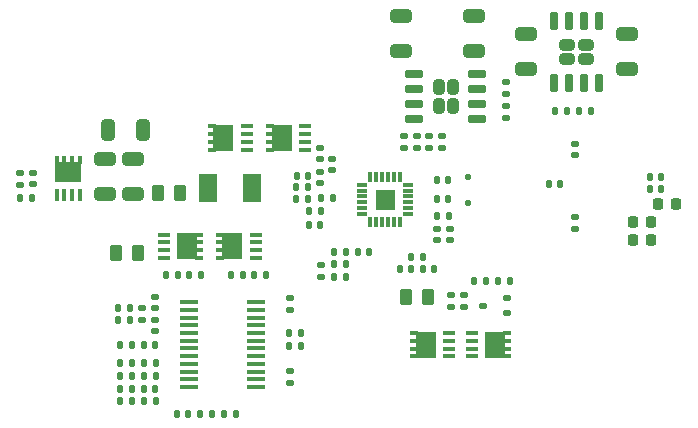
<source format=gbr>
%TF.GenerationSoftware,KiCad,Pcbnew,8.0.3*%
%TF.CreationDate,2024-09-21T22:38:29+02:00*%
%TF.ProjectId,Battery_pack,42617474-6572-4795-9f70-61636b2e6b69,1.0*%
%TF.SameCoordinates,Original*%
%TF.FileFunction,Paste,Bot*%
%TF.FilePolarity,Positive*%
%FSLAX46Y46*%
G04 Gerber Fmt 4.6, Leading zero omitted, Abs format (unit mm)*
G04 Created by KiCad (PCBNEW 8.0.3) date 2024-09-21 22:38:29*
%MOMM*%
%LPD*%
G01*
G04 APERTURE LIST*
G04 Aperture macros list*
%AMRoundRect*
0 Rectangle with rounded corners*
0 $1 Rounding radius*
0 $2 $3 $4 $5 $6 $7 $8 $9 X,Y pos of 4 corners*
0 Add a 4 corners polygon primitive as box body*
4,1,4,$2,$3,$4,$5,$6,$7,$8,$9,$2,$3,0*
0 Add four circle primitives for the rounded corners*
1,1,$1+$1,$2,$3*
1,1,$1+$1,$4,$5*
1,1,$1+$1,$6,$7*
1,1,$1+$1,$8,$9*
0 Add four rect primitives between the rounded corners*
20,1,$1+$1,$2,$3,$4,$5,0*
20,1,$1+$1,$4,$5,$6,$7,0*
20,1,$1+$1,$6,$7,$8,$9,0*
20,1,$1+$1,$8,$9,$2,$3,0*%
G04 Aperture macros list end*
%ADD10C,0.010000*%
%ADD11RoundRect,0.140000X0.170000X-0.140000X0.170000X0.140000X-0.170000X0.140000X-0.170000X-0.140000X0*%
%ADD12RoundRect,0.051250X-0.733750X-0.153750X0.733750X-0.153750X0.733750X0.153750X-0.733750X0.153750X0*%
%ADD13RoundRect,0.135000X-0.135000X-0.185000X0.135000X-0.185000X0.135000X0.185000X-0.135000X0.185000X0*%
%ADD14RoundRect,0.140000X-0.140000X-0.170000X0.140000X-0.170000X0.140000X0.170000X-0.140000X0.170000X0*%
%ADD15RoundRect,0.135000X0.135000X0.185000X-0.135000X0.185000X-0.135000X-0.185000X0.135000X-0.185000X0*%
%ADD16RoundRect,0.225000X-0.225000X-0.250000X0.225000X-0.250000X0.225000X0.250000X-0.225000X0.250000X0*%
%ADD17RoundRect,0.250000X0.650000X-0.325000X0.650000X0.325000X-0.650000X0.325000X-0.650000X-0.325000X0*%
%ADD18R,0.990000X0.405000*%
%ADD19R,0.760000X0.405000*%
%ADD20R,1.725000X2.235000*%
%ADD21RoundRect,0.140000X-0.170000X0.140000X-0.170000X-0.140000X0.170000X-0.140000X0.170000X0.140000X0*%
%ADD22RoundRect,0.135000X0.185000X-0.135000X0.185000X0.135000X-0.185000X0.135000X-0.185000X-0.135000X0*%
%ADD23RoundRect,0.140000X0.140000X0.170000X-0.140000X0.170000X-0.140000X-0.170000X0.140000X-0.170000X0*%
%ADD24RoundRect,0.135000X-0.185000X0.135000X-0.185000X-0.135000X0.185000X-0.135000X0.185000X0.135000X0*%
%ADD25RoundRect,0.250000X-0.650000X0.325000X-0.650000X-0.325000X0.650000X-0.325000X0.650000X0.325000X0*%
%ADD26RoundRect,0.250000X-0.262500X-0.450000X0.262500X-0.450000X0.262500X0.450000X-0.262500X0.450000X0*%
%ADD27RoundRect,0.250000X0.262500X0.450000X-0.262500X0.450000X-0.262500X-0.450000X0.262500X-0.450000X0*%
%ADD28R,0.405000X0.990000*%
%ADD29R,0.405000X0.760000*%
%ADD30R,2.235000X1.725000*%
%ADD31RoundRect,0.242500X0.402500X-0.242500X0.402500X0.242500X-0.402500X0.242500X-0.402500X-0.242500X0*%
%ADD32RoundRect,0.150000X0.150000X-0.650000X0.150000X0.650000X-0.150000X0.650000X-0.150000X-0.650000X0*%
%ADD33RoundRect,0.112500X-0.237500X0.112500X-0.237500X-0.112500X0.237500X-0.112500X0.237500X0.112500X0*%
%ADD34RoundRect,0.125000X0.125000X-0.125000X0.125000X0.125000X-0.125000X0.125000X-0.125000X-0.125000X0*%
%ADD35R,1.500000X2.400000*%
%ADD36RoundRect,0.250000X-0.325000X-0.650000X0.325000X-0.650000X0.325000X0.650000X-0.325000X0.650000X0*%
%ADD37RoundRect,0.242500X0.242500X0.402500X-0.242500X0.402500X-0.242500X-0.402500X0.242500X-0.402500X0*%
%ADD38RoundRect,0.150000X0.650000X0.150000X-0.650000X0.150000X-0.650000X-0.150000X0.650000X-0.150000X0*%
%ADD39RoundRect,0.033750X0.396250X-0.101250X0.396250X0.101250X-0.396250X0.101250X-0.396250X-0.101250X0*%
%ADD40RoundRect,0.033750X0.101250X-0.396250X0.101250X0.396250X-0.101250X0.396250X-0.101250X-0.396250X0*%
G04 APERTURE END LIST*
D10*
%TO.C,U301*%
X138341401Y-113805000D02*
X136791401Y-113805000D01*
X136791401Y-112255000D01*
X138341401Y-112255000D01*
X138341401Y-113805000D01*
G36*
X138341401Y-113805000D02*
G01*
X136791401Y-113805000D01*
X136791401Y-112255000D01*
X138341401Y-112255000D01*
X138341401Y-113805000D01*
G37*
%TD*%
D11*
%TO.C,C205*%
X153646101Y-115508950D03*
X153646101Y-114548950D03*
%TD*%
D12*
%TO.C,U501*%
X120929600Y-128898600D03*
X120929600Y-128248600D03*
X120929600Y-127598599D03*
X120929600Y-126948600D03*
X120929600Y-126298601D03*
X120929600Y-125648600D03*
X120929600Y-124998600D03*
X120929600Y-124348599D03*
X120929600Y-123698600D03*
X120929600Y-123048601D03*
X120929600Y-122398600D03*
X120929600Y-121748600D03*
X126669600Y-121748600D03*
X126669600Y-122398600D03*
X126669600Y-123048601D03*
X126669600Y-123698600D03*
X126669600Y-124348599D03*
X126669600Y-124998600D03*
X126669600Y-125648600D03*
X126669600Y-126298601D03*
X126669600Y-126948600D03*
X126669600Y-127598599D03*
X126669600Y-128248600D03*
X126669600Y-128898600D03*
%TD*%
D13*
%TO.C,R305*%
X106693401Y-112899399D03*
X107713399Y-112899399D03*
%TD*%
%TO.C,R505*%
X115162201Y-127970200D03*
X116182199Y-127970200D03*
%TD*%
D14*
%TO.C,C510*%
X117172800Y-125323600D03*
X118132800Y-125323600D03*
%TD*%
D15*
%TO.C,R307*%
X146108698Y-119945101D03*
X145088700Y-119945101D03*
%TD*%
D14*
%TO.C,C311*%
X136217601Y-117449600D03*
X135257601Y-117449600D03*
%TD*%
%TO.C,C201*%
X151438901Y-111726950D03*
X152398901Y-111726950D03*
%TD*%
D16*
%TO.C,C209*%
X160667400Y-113403350D03*
X162217400Y-113403350D03*
%TD*%
D14*
%TO.C,C305*%
X140761601Y-117876801D03*
X139801601Y-117876801D03*
%TD*%
D17*
%TO.C,C402*%
X158076800Y-101967000D03*
X158076800Y-99016998D03*
%TD*%
D18*
%TO.C,Q502*%
X126611700Y-116002400D03*
X126611700Y-116662400D03*
X126611700Y-117322400D03*
X126611700Y-117982400D03*
D19*
X123626700Y-117982400D03*
X123626700Y-117322400D03*
X123626700Y-116662400D03*
X123626700Y-116002400D03*
D20*
X124619200Y-116992400D03*
%TD*%
D21*
%TO.C,C303*%
X144232599Y-121141501D03*
X144232599Y-122101501D03*
%TD*%
D13*
%TO.C,R502*%
X115162201Y-130103800D03*
X116182199Y-130103800D03*
%TD*%
%TO.C,R511*%
X115159601Y-125323600D03*
X116179599Y-125323600D03*
%TD*%
D21*
%TO.C,C313*%
X133096000Y-110563600D03*
X133096000Y-109603600D03*
%TD*%
D22*
%TO.C,R313*%
X140258800Y-107643200D03*
X140258800Y-108663198D03*
%TD*%
D11*
%TO.C,C304*%
X107762200Y-111753799D03*
X107762200Y-110793799D03*
%TD*%
%TO.C,C302*%
X143052801Y-115496400D03*
X143052801Y-116456400D03*
%TD*%
D13*
%TO.C,R319*%
X131066000Y-112979199D03*
X130046002Y-112979199D03*
%TD*%
%TO.C,R310*%
X132111998Y-113995200D03*
X131092000Y-113995200D03*
%TD*%
D23*
%TO.C,C308*%
X141963201Y-111353600D03*
X142923201Y-111353600D03*
%TD*%
D14*
%TO.C,C315*%
X132102800Y-115163600D03*
X131142800Y-115163600D03*
%TD*%
D15*
%TO.C,R514*%
X120042399Y-119430800D03*
X119022401Y-119430800D03*
%TD*%
D11*
%TO.C,C509*%
X118059200Y-122247600D03*
X118059200Y-121287600D03*
%TD*%
D24*
%TO.C,R309*%
X139192000Y-108663199D03*
X139192000Y-107643201D03*
%TD*%
D22*
%TO.C,R516*%
X129515200Y-122407599D03*
X129515200Y-121387601D03*
%TD*%
D23*
%TO.C,C314*%
X130076000Y-111048800D03*
X131036000Y-111048800D03*
%TD*%
D11*
%TO.C,C312*%
X132080000Y-110670400D03*
X132080000Y-111630400D03*
%TD*%
D13*
%TO.C,R509*%
X120952801Y-119430800D03*
X121972799Y-119430800D03*
%TD*%
%TO.C,R508*%
X115162201Y-126903400D03*
X116182199Y-126903400D03*
%TD*%
D21*
%TO.C,C508*%
X118059200Y-123206800D03*
X118059200Y-124166800D03*
%TD*%
D25*
%TO.C,C310*%
X116230402Y-109646400D03*
X116230402Y-112596402D03*
%TD*%
D14*
%TO.C,C503*%
X121923200Y-131196000D03*
X122883200Y-131196000D03*
%TD*%
D15*
%TO.C,R510*%
X125526800Y-119430800D03*
X124506802Y-119430800D03*
%TD*%
D18*
%TO.C,Q306*%
X130821302Y-106829401D03*
X130821302Y-107489401D03*
X130821302Y-108149401D03*
X130821302Y-108809401D03*
D19*
X127836302Y-108809401D03*
X127836302Y-108149401D03*
X127836302Y-107489401D03*
X127836302Y-106829401D03*
D20*
X128828802Y-107819401D03*
%TD*%
D25*
%TO.C,C401*%
X149542399Y-99016999D03*
X149542399Y-101967001D03*
%TD*%
D15*
%TO.C,R314*%
X132179602Y-112928400D03*
X133199600Y-112928400D03*
%TD*%
D24*
%TO.C,R308*%
X141325600Y-108661199D03*
X141325600Y-107641201D03*
%TD*%
D15*
%TO.C,R301*%
X141984002Y-114452400D03*
X143004000Y-114452400D03*
%TD*%
D26*
%TO.C,R517*%
X114809900Y-117576400D03*
X116634900Y-117576400D03*
%TD*%
D13*
%TO.C,R507*%
X129462401Y-125404800D03*
X130482399Y-125404800D03*
%TD*%
D15*
%TO.C,R513*%
X115978399Y-122188199D03*
X114958401Y-122188199D03*
%TD*%
D24*
%TO.C,R404*%
X147777200Y-105112001D03*
X147777200Y-106131999D03*
%TD*%
D14*
%TO.C,C208*%
X159973301Y-112133350D03*
X160933301Y-112133350D03*
%TD*%
D25*
%TO.C,C309*%
X113893604Y-109646400D03*
X113893604Y-112596402D03*
%TD*%
D17*
%TO.C,C404*%
X145084800Y-100484201D03*
X145084800Y-97534199D03*
%TD*%
D13*
%TO.C,R320*%
X134238400Y-118516400D03*
X133218402Y-118516400D03*
%TD*%
D24*
%TO.C,R304*%
X106695401Y-110763800D03*
X106695401Y-111783798D03*
%TD*%
D23*
%TO.C,C505*%
X118133400Y-127970200D03*
X117173400Y-127970200D03*
%TD*%
D27*
%TO.C,R311*%
X120190902Y-112493001D03*
X118365902Y-112493001D03*
%TD*%
D22*
%TO.C,R303*%
X143154400Y-122118800D03*
X143154400Y-121098802D03*
%TD*%
D24*
%TO.C,R503*%
X129515200Y-127587201D03*
X129515200Y-128607199D03*
%TD*%
D23*
%TO.C,C307*%
X141963200Y-113030000D03*
X142923200Y-113030000D03*
%TD*%
D21*
%TO.C,C206*%
X153646101Y-108300550D03*
X153646101Y-109260550D03*
%TD*%
D28*
%TO.C,Q303*%
X111747401Y-112657999D03*
X111087401Y-112657999D03*
X110427401Y-112657999D03*
X109767401Y-112657999D03*
D29*
X109767401Y-109672999D03*
X110427401Y-109672999D03*
X111087401Y-109672999D03*
X111747401Y-109672999D03*
D30*
X110757401Y-110665499D03*
%TD*%
D26*
%TO.C,R302*%
X139346299Y-121275300D03*
X141171299Y-121275300D03*
%TD*%
D15*
%TO.C,R318*%
X133218402Y-119583200D03*
X134238400Y-119583200D03*
%TD*%
D17*
%TO.C,C403*%
X138938000Y-100484201D03*
X138938000Y-97534199D03*
%TD*%
D31*
%TO.C,U401*%
X153009600Y-101142800D03*
X154609598Y-101142800D03*
X153009600Y-99942800D03*
X154609598Y-99942800D03*
D32*
X155714598Y-103192800D03*
X154444599Y-103192800D03*
X153174599Y-103192800D03*
X151904600Y-103192800D03*
X151904600Y-97892800D03*
X153174599Y-97892800D03*
X154444599Y-97892800D03*
X155714598Y-97892800D03*
%TD*%
D13*
%TO.C,R306*%
X147120700Y-119945101D03*
X148140698Y-119945101D03*
%TD*%
D33*
%TO.C,Q304*%
X147868699Y-121378801D03*
X147868699Y-122678801D03*
X145868699Y-122028801D03*
%TD*%
D16*
%TO.C,C203*%
X158560700Y-116451350D03*
X160110700Y-116451350D03*
%TD*%
D11*
%TO.C,C318*%
X141986001Y-115496400D03*
X141986001Y-116456400D03*
%TD*%
D15*
%TO.C,R402*%
X152996800Y-105572000D03*
X151976802Y-105572000D03*
%TD*%
D18*
%TO.C,Q301*%
X144920199Y-126325401D03*
X144920199Y-125665401D03*
X144920199Y-125005401D03*
X144920199Y-124345401D03*
D19*
X147905199Y-124345401D03*
X147905199Y-125005401D03*
X147905199Y-125665401D03*
X147905199Y-126325401D03*
D20*
X146912699Y-125335401D03*
%TD*%
D34*
%TO.C,D301*%
X144627600Y-111117201D03*
X144627600Y-113317199D03*
%TD*%
D23*
%TO.C,C317*%
X140789599Y-118943601D03*
X141749599Y-118943601D03*
%TD*%
D14*
%TO.C,C306*%
X139773599Y-118943601D03*
X138813599Y-118943601D03*
%TD*%
D35*
%TO.C,L301*%
X126310003Y-112035801D03*
X122610001Y-112035801D03*
%TD*%
D15*
%TO.C,R401*%
X154986800Y-105572000D03*
X153966802Y-105572000D03*
%TD*%
D18*
%TO.C,Q501*%
X118833400Y-117982400D03*
X118833400Y-117322400D03*
X118833400Y-116662400D03*
X118833400Y-116002400D03*
D19*
X121818400Y-116002400D03*
X121818400Y-116662400D03*
X121818400Y-117322400D03*
X121818400Y-117982400D03*
D20*
X120825900Y-116992400D03*
%TD*%
D13*
%TO.C,R501*%
X123925201Y-131196000D03*
X124945199Y-131196000D03*
%TD*%
D24*
%TO.C,R403*%
X147777200Y-103122001D03*
X147777200Y-104141999D03*
%TD*%
D36*
%TO.C,C301*%
X114145799Y-107137200D03*
X117095801Y-107137200D03*
%TD*%
D37*
%TO.C,U402*%
X143297200Y-105143199D03*
X143297200Y-103543201D03*
X142097200Y-105143199D03*
X142097200Y-103543201D03*
D38*
X145347200Y-102438201D03*
X145347200Y-103708200D03*
X145347200Y-104978200D03*
X145347200Y-106248199D03*
X140047200Y-106248199D03*
X140047200Y-104978200D03*
X140047200Y-103708200D03*
X140047200Y-102438201D03*
%TD*%
D18*
%TO.C,Q305*%
X125863103Y-106829400D03*
X125863103Y-107489400D03*
X125863103Y-108149400D03*
X125863103Y-108809400D03*
D19*
X122878103Y-108809400D03*
X122878103Y-108149400D03*
X122878103Y-107489400D03*
X122878103Y-106829400D03*
D20*
X123870603Y-107819400D03*
%TD*%
D23*
%TO.C,C506*%
X118133400Y-126903400D03*
X117173400Y-126903400D03*
%TD*%
D13*
%TO.C,R504*%
X115162201Y-129037000D03*
X116182199Y-129037000D03*
%TD*%
%TO.C,R316*%
X131065999Y-112014000D03*
X130046001Y-112014000D03*
%TD*%
D16*
%TO.C,C204*%
X158560701Y-114927350D03*
X160110701Y-114927350D03*
%TD*%
D15*
%TO.C,R506*%
X130482399Y-124337999D03*
X129462401Y-124337999D03*
%TD*%
D22*
%TO.C,R321*%
X132153601Y-118565200D03*
X132153601Y-119585198D03*
%TD*%
%TO.C,R312*%
X142392401Y-107643201D03*
X142392401Y-108663199D03*
%TD*%
D21*
%TO.C,C319*%
X132080000Y-109598400D03*
X132080000Y-108638400D03*
%TD*%
D13*
%TO.C,R515*%
X126439201Y-119430800D03*
X127459199Y-119430800D03*
%TD*%
D14*
%TO.C,C202*%
X159973301Y-111117350D03*
X160933301Y-111117350D03*
%TD*%
D23*
%TO.C,C501*%
X120902000Y-131196000D03*
X119942000Y-131196000D03*
%TD*%
%TO.C,C502*%
X118133400Y-130103800D03*
X117173400Y-130103800D03*
%TD*%
D18*
%TO.C,Q302*%
X143020498Y-124339901D03*
X143020498Y-124999901D03*
X143020498Y-125659901D03*
X143020498Y-126319901D03*
D19*
X140035498Y-126319901D03*
X140035498Y-125659901D03*
X140035498Y-124999901D03*
X140035498Y-124339901D03*
D20*
X141027998Y-125329901D03*
%TD*%
D15*
%TO.C,R512*%
X115978399Y-123254999D03*
X114958401Y-123254999D03*
%TD*%
D11*
%TO.C,C507*%
X116992400Y-123201599D03*
X116992400Y-122241599D03*
%TD*%
D39*
%TO.C,U301*%
X139501401Y-114280000D03*
X139501402Y-113780000D03*
X139501401Y-113280000D03*
X139501401Y-112780000D03*
X139501402Y-112280000D03*
X139501401Y-111780000D03*
D40*
X138816401Y-111095000D03*
X138316401Y-111094999D03*
X137816401Y-111095000D03*
X137316401Y-111095000D03*
X136816401Y-111094999D03*
X136316401Y-111095000D03*
D39*
X135631401Y-111780000D03*
X135631400Y-112280000D03*
X135631401Y-112780000D03*
X135631401Y-113280000D03*
X135631400Y-113780000D03*
X135631401Y-114280000D03*
D40*
X136316401Y-114965000D03*
X136816401Y-114965001D03*
X137316401Y-114965000D03*
X137816401Y-114965000D03*
X138316401Y-114965001D03*
X138816401Y-114965000D03*
%TD*%
D23*
%TO.C,C504*%
X118130800Y-129037000D03*
X117170800Y-129037000D03*
%TD*%
D14*
%TO.C,C316*%
X134236401Y-117449600D03*
X133276401Y-117449600D03*
%TD*%
M02*

</source>
